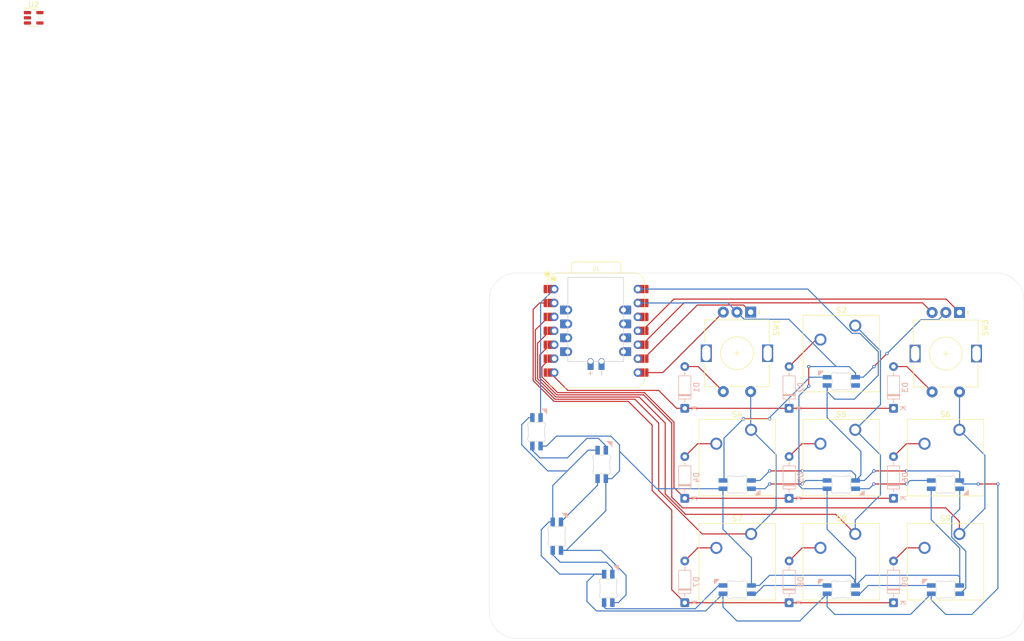
<source format=kicad_pcb>
(kicad_pcb (version 20241229) (generator "pcbnew") (generator_version "9.0")
  (layers (0 "F.Cu" signal) (2 "B.Cu" signal) (13 "F.Paste" user) (15 "B.Paste" user) (5 "F.SilkS" user "F.Silkscreen") (7 "B.SilkS" user "B.Silkscreen") (1 "F.Mask" user) (3 "B.Mask" user) (25 "Edge.Cuts" user))
  (net 0 "")
  (net 1 "row_0")
  (net 2 "Net-(D1-A)")
  (net 3 "Net-(D2-A)")
  (net 4 "Net-(D3-A)")
  (net 5 "Net-(D4-A)")
  (net 6 "Net-(D5-A)")
  (net 7 "Net-(D6-A)")
  (net 8 "Net-(D7-A)")
  (net 9 "Net-(D8-A)")
  (net 10 "Net-(D9-A)")
  (net 11 "row_1")
  (net 12 "row_2")
  (net 13 "Net-(D10-DIN)")
  (net 14 "+5V")
  (net 16 "RotEnc1B")
  (net 17 "RotEnc1A")
  (net 18 "RotEnc2A")
  (net 20 "RotEnc2B")
  (net 21 "Net-(D11-DIN)")
  (net 22 "Net-(D12-DIN)")
  (net 23 "Net-(D13-DIN)")
  (net 24 "Net-(D14-DIN)")
  (net 25 "Net-(D14-DOUT)")
  (net 26 "Net-(D15-DOUT)")
  (net 27 "Net-(D17-DOUT)")
  (net 28 "Led input")
  (net 29 "Net-(D18-DOUT)")
  (net 30 "Net-(D19-DOUT)")
  (net 31 "col_1")
  (net 32 "col_0")
  (net 33 "col_2")
  (net 34 "GND")
  (footprint "Package_TO_SOT_SMD:SOT-23-5" (layer "F.Cu") (at 2.075 1.9)
    (property "Reference" "U2")
    (property "Value" "SN74LV1T34DBV")
  )
  (footprint "Button_Switch_Keyboard:SW_Cherry_MX_1.00u_PCB" (layer "F.Cu") (at 133.017242 77.096639)
    (property "Reference" "S4")
    (property "Value" "~")
  )
  (footprint "Button_Switch_Keyboard:SW_Cherry_MX_1.00u_PCB" (layer "F.Cu") (at 171.027242 77.096639)
    (property "Reference" "S6")
    (property "Value" "~")
  )
  (footprint "Rotary_Encoder:RotaryEncoder_Alps_EC11E-Switch_Vertical_H20mm" (layer "F.Cu") (at 132.932242 55.621639 -90)
    (property "Reference" "SW1")
    (property "Value" "RotaryEncoder_Switch")
  )
  (footprint "kicad-keyboard-parts.pretty-master:MX_SK6812MINI-E_REV_Rot" (layer "F.Cu") (at 130.477242 82.176639)
    (property "Reference" "D11" (hide yes))
    (property "Value" "SK6812MINI")
    (fp_line (start -1.699999 5.622842) (end -1.699999 4.217158) (stroke (width 0.1)) (layer "Edge.Cuts"))
    (fp_line (start -0.794452 3.420001) (end 0.794453 3.420001) (stroke (width 0.1)) (layer "Edge.Cuts"))
    (fp_line (start 0.794452 6.42) (end -0.794452 6.42) (stroke (width 0.1)) (layer "Edge.Cuts"))
    (fp_line (start 1.699999 4.217158) (end 1.699999 5.622842) (stroke (width 0.1)) (layer "Edge.Cuts"))
    (fp_arc (start -1.749484 4.00028) (mid -1.712527 4.105932) (end -1.699999 4.217158) (stroke (width 0.1)) (layer "Edge.Cuts"))
    (fp_arc (start -1.749484 4.00028) (mid -1.638071 3.415965) (end -1.046711 3.351701) (stroke (width 0.1)) (layer "Edge.Cuts"))
    (fp_arc (start -1.699999 5.622843) (mid -1.712527 5.734068) (end -1.749484 5.83972) (stroke (width 0.1)) (layer "Edge.Cuts"))
    (fp_arc (start -1.046711 6.488297) (mid -1.63807 6.424034) (end -1.749484 5.83972) (stroke (width 0.1)) (layer "Edge.Cuts"))
    (fp_arc (start -1.04671 6.488299) (mid -0.925122 6.437377) (end -0.794452 6.42) (stroke (width 0.1)) (layer "Edge.Cuts"))
    (fp_arc (start -0.794453 3.42) (mid -0.925123 3.402623) (end -1.046711 3.351701) (stroke (width 0.1)) (layer "Edge.Cuts"))
    (fp_arc (start 0.794452 6.42) (mid 0.925123 6.437377) (end 1.046711 6.488299) (stroke (width 0.1)) (layer "Edge.Cuts"))
    (fp_arc (start 1.046711 3.351702) (mid 0.925123 3.402624) (end 0.794453 3.420001) (stroke (width 0.1)) (layer "Edge.Cuts"))
    (fp_arc (start 1.046711 3.351702) (mid 1.638071 3.415966) (end 1.749484 4.00028) (stroke (width 0.1)) (layer "Edge.Cuts"))
    (fp_arc (start 1.699999 4.217157) (mid 1.712527 4.105932) (end 1.749484 4.00028) (stroke (width 0.1)) (layer "Edge.Cuts"))
    (fp_arc (start 1.749484 5.839719) (mid 1.638072 6.424035) (end 1.046711 6.488299) (stroke (width 0.1)) (layer "Edge.Cuts"))
    (fp_arc (start 1.749484 5.83972) (mid 1.712527 5.734068) (end 1.699999 5.622842) (stroke (width 0.1)) (layer "Edge.Cuts"))
  )
  (footprint "kicad-keyboard-parts.pretty-master:MX_SK6812MINI-E_REV" (layer "F.Cu") (at 149.482242 101.181639)
    (property "Reference" "D15" (hide yes))
    (property "Value" "SK6812MINI")
    (fp_line (start -1.699999 5.782842) (end -1.699999 4.377158) (stroke (width 0.1)) (layer "Edge.Cuts"))
    (fp_line (start -0.794452 3.58) (end 0.794452 3.58) (stroke (width 0.1)) (layer "Edge.Cuts"))
    (fp_line (start 0.794452 6.579999) (end -0.794453 6.579999) (stroke (width 0.1)) (layer "Edge.Cuts"))
    (fp_line (start 1.699999 4.377158) (end 1.699999 5.782842) (stroke (width 0.1)) (layer "Edge.Cuts"))
    (fp_arc (start -1.749484 4.16028) (mid -1.712527 4.265932) (end -1.699999 4.377158) (stroke (width 0.1)) (layer "Edge.Cuts"))
    (fp_arc (start -1.749484 4.160281) (mid -1.638072 3.575965) (end -1.046711 3.511701) (stroke (width 0.1)) (layer "Edge.Cuts"))
    (fp_arc (start -1.699999 5.782843) (mid -1.712527 5.894068) (end -1.749484 5.99972) (stroke (width 0.1)) (layer "Edge.Cuts"))
    (fp_arc (start -1.046711 6.648298) (mid -1.638071 6.584034) (end -1.749484 5.99972) (stroke (width 0.1)) (layer "Edge.Cuts"))
    (fp_arc (start -1.046711 6.648298) (mid -0.925123 6.597376) (end -0.794453 6.579999) (stroke (width 0.1)) (layer "Edge.Cuts"))
    (fp_arc (start -0.794452 3.58) (mid -0.925123 3.562623) (end -1.046711 3.511701) (stroke (width 0.1)) (layer "Edge.Cuts"))
    (fp_arc (start 0.794453 6.58) (mid 0.925123 6.597377) (end 1.046711 6.648299) (stroke (width 0.1)) (layer "Edge.Cuts"))
    (fp_arc (start 1.04671 3.511701) (mid 0.925122 3.562623) (end 0.794452 3.58) (stroke (width 0.1)) (layer "Edge.Cuts"))
    (fp_arc (start 1.046711 3.511703) (mid 1.63807 3.575966) (end 1.749484 4.16028) (stroke (width 0.1)) (layer "Edge.Cuts"))
    (fp_arc (start 1.699999 4.377157) (mid 1.712527 4.265932) (end 1.749484 4.16028) (stroke (width 0.1)) (layer "Edge.Cuts"))
    (fp_arc (start 1.749484 5.99972) (mid 1.638071 6.584035) (end 1.046711 6.648299) (stroke (width 0.1)) (layer "Edge.Cuts"))
    (fp_arc (start 1.749484 5.99972) (mid 1.712527 5.894068) (end 1.699999 5.782842) (stroke (width 0.1)) (layer "Edge.Cuts"))
  )
  (footprint "kicad-keyboard-parts.pretty-master:MX_SK6812MINI-E" (layer "F.Cu") (at 88.760367 77.459139 90)
    (property "Reference" "D17" (hide yes))
    (property "Value" "SK6812MINI")
    (fp_line (start -0.794452 3.58) (end 0.794453 3.58) (stroke (width 0.1)) (layer "Edge.Cuts"))
    (fp_line (start 1.699999 4.377157) (end 1.699999 5.782841) (stroke (width 0.1)) (layer "Edge.Cuts"))
    (fp_line (start -1.699999 5.782841) (end -1.699999 4.377157) (stroke (width 0.1)) (layer "Edge.Cuts"))
    (fp_line (start 0.794452 6.579999) (end -0.794452 6.579999) (stroke (width 0.1)) (layer "Edge.Cuts"))
    (fp_arc (start 1.046711 3.511701) (mid 0.925123 3.562623) (end 0.794453 3.58) (stroke (width 0.1)) (layer "Edge.Cuts"))
    (fp_arc (start 1.046711 3.511701) (mid 1.638071 3.575965) (end 1.749484 4.160279) (stroke (width 0.1)) (layer "Edge.Cuts"))
    (fp_arc (start -0.794453 3.579999) (mid -0.925123 3.562622) (end -1.046711 3.5117) (stroke (width 0.1)) (layer "Edge.Cuts"))
    (fp_arc (start -1.749484 4.160279) (mid -1.638071 3.575964) (end -1.046711 3.5117) (stroke (width 0.1)) (layer "Edge.Cuts"))
    (fp_arc (start -1.749484 4.160279) (mid -1.712527 4.265931) (end -1.699999 4.377157) (stroke (width 0.1)) (layer "Edge.Cuts"))
    (fp_arc (start 1.699999 4.377156) (mid 1.712527 4.265931) (end 1.749484 4.160279) (stroke (width 0.1)) (layer "Edge.Cuts"))
    (fp_arc (start -1.699999 5.782842) (mid -1.712527 5.894067) (end -1.749484 5.999719) (stroke (width 0.1)) (layer "Edge.Cuts"))
    (fp_arc (start 1.749484 5.999718) (mid 1.638072 6.584034) (end 1.046711 6.648298) (stroke (width 0.1)) (layer "Edge.Cuts"))
    (fp_arc (start 1.749484 5.999719) (mid 1.712527 5.894067) (end 1.699999 5.782841) (stroke (width 0.1)) (layer "Edge.Cuts"))
    (fp_arc (start 0.794452 6.579999) (mid 0.925123 6.597376) (end 1.046711 6.648298) (stroke (width 0.1)) (layer "Edge.Cuts"))
    (fp_arc (start -1.046711 6.648296) (mid -1.63807 6.584033) (end -1.749484 5.999719) (stroke (width 0.1)) (layer "Edge.Cuts"))
    (fp_arc (start -1.04671 6.648298) (mid -0.925122 6.597376) (end -0.794452 6.579999) (stroke (width 0.1)) (layer "Edge.Cuts"))
  )
  (footprint "kicad-keyboard-parts.pretty-master:MX_SK6812MINI-E_REV" (layer "F.Cu") (at 149.482242 63.171639)
    (property "Reference" "D10" (hide yes))
    (property "Value" "SK6812MINI")
    (fp_line (start -1.699999 5.782842) (end -1.699999 4.377158) (stroke (width 0.1)) (layer "Edge.Cuts"))
    (fp_line (start -0.794452 3.58) (end 0.794452 3.58) (stroke (width 0.1)) (layer "Edge.Cuts"))
    (fp_line (start 0.794452 6.579999) (end -0.794453 6.579999) (stroke (width 0.1)) (layer "Edge.Cuts"))
    (fp_line (start 1.699999 4.377158) (end 1.699999 5.782842) (stroke (width 0.1)) (layer "Edge.Cuts"))
    (fp_arc (start -1.749484 4.16028) (mid -1.712527 4.265932) (end -1.699999 4.377158) (stroke (width 0.1)) (layer "Edge.Cuts"))
    (fp_arc (start -1.749484 4.160281) (mid -1.638072 3.575965) (end -1.046711 3.511701) (stroke (width 0.1)) (layer "Edge.Cuts"))
    (fp_arc (start -1.699999 5.782843) (mid -1.712527 5.894068) (end -1.749484 5.99972) (stroke (width 0.1)) (layer "Edge.Cuts"))
    (fp_arc (start -1.046711 6.648298) (mid -1.638071 6.584034) (end -1.749484 5.99972) (stroke (width 0.1)) (layer "Edge.Cuts"))
    (fp_arc (start -1.046711 6.648298) (mid -0.925123 6.597376) (end -0.794453 6.579999) (stroke (width 0.1)) (layer "Edge.Cuts"))
    (fp_arc (start -0.794452 3.58) (mid -0.925123 3.562623) (end -1.046711 3.511701) (stroke (width 0.1)) (layer "Edge.Cuts"))
    (fp_arc (start 0.794453 6.58) (mid 0.925123 6.597377) (end 1.046711 6.648299) (stroke (width 0.1)) (layer "Edge.Cuts"))
    (fp_arc (start 1.04671 3.511701) (mid 0.925122 3.562623) (end 0.794452 3.58) (stroke (width 0.1)) (layer "Edge.Cuts"))
    (fp_arc (start 1.046711 3.511703) (mid 1.63807 3.575966) (end 1.749484 4.16028) (stroke (width 0.1)) (layer "Edge.Cuts"))
    (fp_arc (start 1.699999 4.377157) (mid 1.712527 4.265932) (end 1.749484 4.16028) (stroke (width 0.1)) (layer "Edge.Cuts"))
    (fp_arc (start 1.749484 5.99972) (mid 1.638071 6.584035) (end 1.046711 6.648299) (stroke (width 0.1)) (layer "Edge.Cuts"))
    (fp_arc (start 1.749484 5.99972) (mid 1.712527 5.894068) (end 1.699999 5.782842) (stroke (width 0.1)) (layer "Edge.Cuts"))
  )
  (footprint "Seeed Studio XIAO Series Library:XIAO-MG24-DIP" (layer "F.Cu") (at 104.714742 59.030389 90)
    (property "Reference" "U1")
    (property "Value" "MCU_Seeed_XIAO_RP2040")
    (fp_line (start 9.75 -5.159006) (end -5.574811 -5.159006) (stroke (width 0.12)) (layer "Edge.Cuts"))
    (fp_line (start -5.574811 -5.159006) (end -5.574811 5) (stroke (width 0.12)) (layer "Edge.Cuts"))
    (fp_line (start 9.75 5) (end 9.75 -5.159006) (stroke (width 0.12)) (layer "Edge.Cuts"))
    (fp_line (start -5.574811 5.000994) (end 9.75 5.000994) (stroke (width 0.12)) (layer "Edge.Cuts"))
  )
  (footprint "kicad-keyboard-parts.pretty-master:MX_SK6812MINI-E_REV_Rot" (layer "F.Cu") (at 168.487242 82.176639)
    (property "Reference" "D13" (hide yes))
    (property "Value" "SK6812MINI")
    (fp_line (start -1.699999 5.622842) (end -1.699999 4.217158) (stroke (width 0.1)) (layer "Edge.Cuts"))
    (fp_line (start -0.794452 3.420001) (end 0.794453 3.420001) (stroke (width 0.1)) (layer "Edge.Cuts"))
    (fp_line (start 0.794452 6.42) (end -0.794452 6.42) (stroke (width 0.1)) (layer "Edge.Cuts"))
    (fp_line (start 1.699999 4.217158) (end 1.699999 5.622842) (stroke (width 0.1)) (layer "Edge.Cuts"))
    (fp_arc (start -1.749484 4.00028) (mid -1.712527 4.105932) (end -1.699999 4.217158) (stroke (width 0.1)) (layer "Edge.Cuts"))
    (fp_arc (start -1.749484 4.00028) (mid -1.638071 3.415965) (end -1.046711 3.351701) (stroke (width 0.1)) (layer "Edge.Cuts"))
    (fp_arc (start -1.699999 5.622843) (mid -1.712527 5.734068) (end -1.749484 5.83972) (stroke (width 0.1)) (layer "Edge.Cuts"))
    (fp_arc (start -1.046711 6.488297) (mid -1.63807 6.424034) (end -1.749484 5.83972) (stroke (width 0.1)) (layer "Edge.Cuts"))
    (fp_arc (start -1.04671 6.488299) (mid -0.925122 6.437377) (end -0.794452 6.42) (stroke (width 0.1)) (layer "Edge.Cuts"))
    (fp_arc (start -0.794453 3.42) (mid -0.925123 3.402623) (end -1.046711 3.351701) (stroke (width 0.1)) (layer "Edge.Cuts"))
    (fp_arc (start 0.794452 6.42) (mid 0.925123 6.437377) (end 1.046711 6.488299) (stroke (width 0.1)) (layer "Edge.Cuts"))
    (fp_arc (start 1.046711 3.351702) (mid 0.925123 3.402624) (end 0.794453 3.420001) (stroke (width 0.1)) (layer "Edge.Cuts"))
    (fp_arc (start 1.046711 3.351702) (mid 1.638071 3.415966) (end 1.749484 4.00028) (stroke (width 0.1)) (layer "Edge.Cuts"))
    (fp_arc (start 1.699999 4.217157) (mid 1.712527 4.105932) (end 1.749484 4.00028) (stroke (width 0.1)) (layer "Edge.Cuts"))
    (fp_arc (start 1.749484 5.839719) (mid 1.638072 6.424035) (end 1.046711 6.488299) (stroke (width 0.1)) (layer "Edge.Cuts"))
    (fp_arc (start 1.749484 5.83972) (mid 1.712527 5.734068) (end 1.699999 5.622842) (stroke (width 0.1)) (layer "Edge.Cuts"))
  )
  (footprint "kicad-keyboard-parts.pretty-master:MX_SK6812MINI-E" (layer "F.Cu") (at 92.476618 96.509139 90)
    (property "Reference" "D19" (hide yes))
    (property "Value" "SK6812MINI")
    (fp_line (start -0.794452 3.58) (end 0.794453 3.58) (stroke (width 0.1)) (layer "Edge.Cuts"))
    (fp_line (start 1.699999 4.377157) (end 1.699999 5.782841) (stroke (width 0.1)) (layer "Edge.Cuts"))
    (fp_line (start -1.699999 5.782841) (end -1.699999 4.377157) (stroke (width 0.1)) (layer "Edge.Cuts"))
    (fp_line (start 0.794452 6.579999) (end -0.794452 6.579999) (stroke (width 0.1)) (layer "Edge.Cuts"))
    (fp_arc (start 1.046711 3.511701) (mid 0.925123 3.562623) (end 0.794453 3.58) (stroke (width 0.1)) (layer "Edge.Cuts"))
    (fp_arc (start 1.046711 3.511701) (mid 1.638071 3.575965) (end 1.749484 4.160279) (stroke (width 0.1)) (layer "Edge.Cuts"))
    (fp_arc (start -0.794453 3.579999) (mid -0.925123 3.562622) (end -1.046711 3.5117) (stroke (width 0.1)) (layer "Edge.Cuts"))
    (fp_arc (start -1.749484 4.160279) (mid -1.638071 3.575964) (end -1.046711 3.5117) (stroke (width 0.1)) (layer "Edge.Cuts"))
    (fp_arc (start -1.749484 4.160279) (mid -1.712527 4.265931) (end -1.699999 4.377157) (stroke (width 0.1)) (layer "Edge.Cuts"))
    (fp_arc (start 1.699999 4.377156) (mid 1.712527 4.265931) (end 1.749484 4.160279) (stroke (width 0.1)) (layer "Edge.Cuts"))
    (fp_arc (start -1.699999 5.782842) (mid -1.712527 5.894067) (end -1.749484 5.999719) (stroke (width 0.1)) (layer "Edge.Cuts"))
    (fp_arc (start 1.749484 5.999718) (mid 1.638072 6.584034) (end 1.046711 6.648298) (stroke (width 0.1)) (layer "Edge.Cuts"))
    (fp_arc (start 1.749484 5.999719) (mid 1.712527 5.894067) (end 1.699999 5.782841) (stroke (width 0.1)) (layer "Edge.Cuts"))
    (fp_arc (start 0.794452 6.579999) (mid 0.925123 6.597376) (end 1.046711 6.648298) (stroke (width 0.1)) (layer "Edge.Cuts"))
    (fp_arc (start -1.046711 6.648296) (mid -1.63807 6.584033) (end -1.749484 5.999719) (stroke (width 0.1)) (layer "Edge.Cuts"))
    (fp_arc (start -1.04671 6.648298) (mid -0.925122 6.597376) (end -0.794452 6.579999) (stroke (width 0.1)) (layer "Edge.Cuts"))
  )
  (footprint "Rotary_Encoder:RotaryEncoder_Alps_EC11E-Switch_Vertical_H20mm" (layer "F.Cu") (at 171.05 55.67625 -90)
    (property "Reference" "SW3")
    (property "Value" "RotaryEncoder_Switch")
  )
  (footprint "kicad-keyboard-parts.pretty-master:MX_SK6812MINI-E_REV" (layer "F.Cu") (at 168.487242 101.181639)
    (property "Reference" "D16" (hide yes))
    (property "Value" "SK6812MINI")
    (fp_line (start -1.699999 5.782842) (end -1.699999 4.377158) (stroke (width 0.1)) (layer "Edge.Cuts"))
    (fp_line (start -0.794452 3.58) (end 0.794452 3.58) (stroke (width 0.1)) (layer "Edge.Cuts"))
    (fp_line (start 0.794452 6.579999) (end -0.794453 6.579999) (stroke (width 0.1)) (layer "Edge.Cuts"))
    (fp_line (start 1.699999 4.377158) (end 1.699999 5.782842) (stroke (width 0.1)) (layer "Edge.Cuts"))
    (fp_arc (start -1.749484 4.16028) (mid -1.712527 4.265932) (end -1.699999 4.377158) (stroke (width 0.1)) (layer "Edge.Cuts"))
    (fp_arc (start -1.749484 4.160281) (mid -1.638072 3.575965) (end -1.046711 3.511701) (stroke (width 0.1)) (layer "Edge.Cuts"))
    (fp_arc (start -1.699999 5.782843) (mid -1.712527 5.894068) (end -1.749484 5.99972) (stroke (width 0.1)) (layer "Edge.Cuts"))
    (fp_arc (start -1.046711 6.648298) (mid -1.638071 6.584034) (end -1.749484 5.99972) (stroke (width 0.1)) (layer "Edge.Cuts"))
    (fp_arc (start -1.046711 6.648298) (mid -0.925123 6.597376) (end -0.794453 6.579999) (stroke (width 0.1)) (layer "Edge.Cuts"))
    (fp_arc (start -0.794452 3.58) (mid -0.925123 3.562623) (end -1.046711 3.511701) (stroke (width 0.1)) (layer "Edge.Cuts"))
    (fp_arc (start 0.794453 6.58) (mid 0.925123 6.597377) (end 1.046711 6.648299) (stroke (width 0.1)) (layer "Edge.Cuts"))
    (fp_arc (start 1.04671 3.511701) (mid 0.925122 3.562623) (end 0.794452 3.58) (stroke (width 0.1)) (layer "Edge.Cuts"))
    (fp_arc (start 1.046711 3.511703) (mid 1.63807 3.575966) (end 1.749484 4.16028) (stroke (width 0.1)) (layer "Edge.Cuts"))
    (fp_arc (start 1.699999 4.377157) (mid 1.712527 4.265932) (end 1.749484 4.16028) (stroke (width 0.1)) (layer "Edge.Cuts"))
    (fp_arc (start 1.749484 5.99972) (mid 1.638071 6.584035) (end 1.046711 6.648299) (stroke (width 0.1)) (layer "Edge.Cuts"))
    (fp_arc (start 1.749484 5.99972) (mid 1.712527 5.894068) (end 1.699999 5.782842) (stroke (width 0.1)) (layer "Edge.Cuts"))
  )
  (footprint "kicad-keyboard-parts.pretty-master:MX_SK6812MINI-E_REV" (layer "F.Cu") (at 130.477242 101.181639)
    (property "Reference" "D14" (hide yes))
    (property "Value" "SK6812MINI")
    (fp_line (start -1.699999 5.782842) (end -1.699999 4.377158) (stroke (width 0.1)) (layer "Edge.Cuts"))
    (fp_line (start -0.794452 3.58) (end 0.794452 3.58) (stroke (width 0.1)) (layer "Edge.Cuts"))
    (fp_line (start 0.794452 6.579999) (end -0.794453 6.579999) (stroke (width 0.1)) (layer "Edge.Cuts"))
    (fp_line (start 1.699999 4.377158) (end 1.699999 5.782842) (stroke (width 0.1)) (layer "Edge.Cuts"))
    (fp_arc (start -1.749484 4.16028) (mid -1.712527 4.265932) (end -1.699999 4.377158) (stroke (width 0.1)) (layer "Edge.Cuts"))
    (fp_arc (start -1.749484 4.160281) (mid -1.638072 3.575965) (end -1.046711 3.511701) (stroke (width 0.1)) (layer "Edge.Cuts"))
    (fp_arc (start -1.699999 5.782843) (mid -1.712527 5.894068) (end -1.749484 5.99972) (stroke (width 0.1)) (layer "Edge.Cuts"))
    (fp_arc (start -1.046711 6.648298) (mid -1.638071 6.584034) (end -1.749484 5.99972) (stroke (width 0.1)) (layer "Edge.Cuts"))
    (fp_arc (start -1.046711 6.648298) (mid -0.925123 6.597376) (end -0.794453 6.579999) (stroke (width 0.1)) (layer "Edge.Cuts"))
    (fp_arc (start -0.794452 3.58) (mid -0.925123 3.562623) (end -1.046711 3.511701) (stroke (width 0.1)) (layer "Edge.Cuts"))
    (fp_arc (start 0.794453 6.58) (mid 0.925123 6.597377) (end 1.046711 6.648299) (stroke (width 0.1)) (layer "Edge.Cuts"))
    (fp_arc (start 1.04671 3.511701) (mid 0.925122 3.562623) (end 0.794452 3.58) (stroke (width 0.1)) (layer "Edge.Cuts"))
    (fp_arc (start 1.046711 3.511703) (mid 1.63807 3.575966) (end 1.749484 4.16028) (stroke (width 0.1)) (layer "Edge.Cuts"))
    (fp_arc (start 1.699999 4.377157) (mid 1.712527 4.265932) (end 1.749484 4.16028) (stroke (width 0.1)) (layer "Edge.Cuts"))
    (fp_arc (start 1.749484 5.99972) (mid 1.638071 6.584035) (end 1.046711 6.648299) (stroke (width 0.1)) (layer "Edge.Cuts"))
    (fp_arc (start 1.749484 5.99972) (mid 1.712527 5.894068) (end 1.699999 5.782842) (stroke (width 0.1)) (layer "Edge.Cuts"))
  )
  (footprint "Button_Switch_Keyboard:SW_Cherry_MX_1.00u_PCB" (layer "F.Cu") (at 133.017242 96.101639)
    (property "Reference" "S7")
    (property "Value" "~")
  )
  (footprint "Button_Switch_Keyboard:SW_Cherry_MX_1.00u_PCB" (layer "F.Cu") (at 152.022242 96.101639)
    (property "Reference" "S8")
    (property "Value" "~")
  )
  (footprint "kicad-keyboard-parts.pretty-master:MX_SK6812MINI-E" (layer "F.Cu") (at 100.666617 83.412264 90)
    (property "Reference" "D18" (hide yes))
    (property "Value" "SK6812MINI")
    (fp_line (start -0.794452 3.58) (end 0.794453 3.58) (stroke (width 0.1)) (layer "Edge.Cuts"))
    (fp_line (start 1.699999 4.377157) (end 1.699999 5.782841) (stroke (width 0.1)) (layer "Edge.Cuts"))
    (fp_line (start -1.699999 5.782841) (end -1.699999 4.377157) (stroke (width 0.1)) (layer "Edge.Cuts"))
    (fp_line (start 0.794452 6.579999) (end -0.794452 6.579999) (stroke (width 0.1)) (layer "Edge.Cuts"))
    (fp_arc (start 1.046711 3.511701) (mid 0.925123 3.562623) (end 0.794453 3.58) (stroke (width 0.1)) (layer "Edge.Cuts"))
    (fp_arc (start 1.046711 3.511701) (mid 1.638071 3.575965) (end 1.749484 4.160279) (stroke (width 0.1)) (layer "Edge.Cuts"))
    (fp_arc (start -0.794453 3.579999) (mid -0.925123 3.562622) (end -1.046711 3.5117) (stroke (width 0.1)) (layer "Edge.Cuts"))
    (fp_arc (start -1.749484 4.160279) (mid -1.638071 3.575964) (end -1.046711 3.5117) (stroke (width 0.1)) (layer "Edge.Cuts"))
    (fp_arc (start -1.749484 4.160279) (mid -1.712527 4.265931) (end -1.699999 4.377157) (stroke (width 0.1)) (layer "Edge.Cuts"))
    (fp_arc (start 1.699999 4.377156) (mid 1.712527 4.265931) (end 1.749484 4.160279) (stroke (width 0.1)) (layer "Edge.Cuts"))
    (fp_arc (start -1.699999 5.782842) (mid -1.712527 5.894067) (end -1.749484 5.999719) (stroke (width 0.1)) (layer "Edge.Cuts"))
    (fp_arc (start 1.749484 5.999718) (mid 1.638072 6.584034) (end 1.046711 6.648298) (stroke (width 0.1)) (layer "Edge.Cuts"))
    (fp_arc (start 1.749484 5.999719) (mid 1.712527 5.894067) (end 1.699999 5.782841) (stroke (width 0.1)) (layer "Edge.Cuts"))
    (fp_arc (start 0.794452 6.579999) (mid 0.925123 6.597376) (end 1.046711 6.648298) (stroke (width 0.1)) (layer "Edge.Cuts"))
    (fp_arc (start -1.046711 6.648296) (mid -1.63807 6.584033) (end -1.749484 5.999719) (stroke (width 0.1)) (layer "Edge.Cuts"))
    (fp_arc (start -1.04671 6.648298) (mid -0.925122 6.597376) (end -0.794452 6.579999) (stroke (width 0.1)) (layer "Edge.Cuts"))
  )
  (footprint "Button_Switch_Keyboard:SW_Cherry_MX_1.00u_PCB" (layer "F.Cu") (at 152.022242 58.091639)
    (property "Reference" "S2")
    (property "Value" "~")
  )
  (footprint "kicad-keyboard-parts.pretty-master:MX_SK6812MINI-E" (layer "F.Cu") (at 101.857242 106.034139 90)
    (property "Reference" "D20" (hide yes))
    (property "Value" "SK6812MINI")
    (fp_line (start -0.794452 3.58) (end 0.794453 3.58) (stroke (width 0.1)) (layer "Edge.Cuts"))
    (fp_line (start 1.699999 4.377157) (end 1.699999 5.782841) (stroke (width 0.1)) (layer "Edge.Cuts"))
    (fp_line (start -1.699999 5.782841) (end -1.699999 4.377157) (stroke (width 0.1)) (layer "Edge.Cuts"))
    (fp_line (start 0.794452 6.579999) (end -0.794452 6.579999) (stroke (width 0.1)) (layer "Edge.Cuts"))
    (fp_arc (start 1.046711 3.511701) (mid 0.925123 3.562623) (end 0.794453 3.58) (stroke (width 0.1)) (layer "Edge.Cuts"))
    (fp_arc (start 1.046711 3.511701) (mid 1.638071 3.575965) (end 1.749484 4.160279) (stroke (width 0.1)) (layer "Edge.Cuts"))
    (fp_arc (start -0.794453 3.579999) (mid -0.925123 3.562622) (end -1.046711 3.5117) (stroke (width 0.1)) (layer "Edge.Cuts"))
    (fp_arc (start -1.749484 4.160279) (mid -1.638071 3.575964) (end -1.046711 3.5117) (stroke (width 0.1)) (layer "Edge.Cuts"))
    (fp_arc (start -1.749484 4.160279) (mid -1.712527 4.265931) (end -1.699999 4.377157) (stroke (width 0.1)) (layer "Edge.Cuts"))
    (fp_arc (start 1.699999 4.377156) (mid 1.712527 4.265931) (end 1.749484 4.160279) (stroke (width 0.1)) (layer "Edge.Cuts"))
    (fp_arc (start -1.699999 5.782842) (mid -1.712527 5.894067) (end -1.749484 5.999719) (stroke (width 0.1)) (layer "Edge.Cuts"))
    (fp_arc (start 1.749484 5.999718) (mid 1.638072 6.584034) (end 1.046711 6.648298) (stroke (width 0.1)) (layer "Edge.Cuts"))
    (fp_arc (start 1.749484 5.999719) (mid 1.712527 5.894067) (end 1.699999 5.782841) (stroke (width 0.1)) (layer "Edge.Cuts"))
    (fp_arc (start 0.794452 6.579999) (mid 0.925123 6.597376) (end 1.046711 6.648298) (stroke (width 0.1)) (layer "Edge.Cuts"))
    (fp_arc (start -1.046711 6.648296) (mid -1.63807 6.584033) (end -1.749484 5.999719) (stroke (width 0.1)) (layer "Edge.Cuts"))
    (fp_arc (start -1.04671 6.648298) (mid -0.925122 6.597376) (end -0.794452 6.579999) (stroke (width 0.1)) (layer "Edge.Cuts"))
  )
  (footprint "kicad-keyboard-parts.pretty-master:MX_SK6812MINI-E_REV_Rot" (layer "F.Cu") (at 149.482242 82.176639)
    (property "Reference" "D12" (hide yes))
    (property "Value" "SK6812MINI")
    (fp_line (start -1.699999 5.622842) (end -1.699999 4.217158) (stroke (width 0.1)) (layer "Edge.Cuts"))
    (fp_line (start -0.794452 3.420001) (end 0.794453 3.420001) (stroke (width 0.1)) (layer "Edge.Cuts"))
    (fp_line (start 0.794452 6.42) (end -0.794452 6.42) (stroke (width 0.1)) (layer "Edge.Cuts"))
    (fp_line (start 1.699999 4.217158) (end 1.699999 5.622842) (stroke (width 0.1)) (layer "Edge.Cuts"))
    (fp_arc (start -1.749484 4.00028) (mid -1.712527 4.105932) (end -1.699999 4.217158) (stroke (width 0.1)) (layer "Edge.Cuts"))
    (fp_arc (start -1.749484 4.00028) (mid -1.638071 3.415965) (end -1.046711 3.351701) (stroke (width 0.1)) (layer "Edge.Cuts"))
    (fp_arc (start -1.699999 5.622843) (mid -1.712527 5.734068) (end -1.749484 5.83972) (stroke (width 0.1)) (layer "Edge.Cuts"))
    (fp_arc (start -1.046711 6.488297) (mid -1.63807 6.424034) (end -1.749484 5.83972) (stroke (width 0.1)) (layer "Edge.Cuts"))
    (fp_arc (start -1.04671 6.488299) (mid -0.925122 6.437377) (end -0.794452 6.42) (stroke (width 0.1)) (layer "Edge.Cuts"))
    (fp_arc (start -0.794453 3.42) (mid -0.925123 3.402623) (end -1.046711 3.351701) (stroke (width 0.1)) (layer "Edge.Cuts"))
    (fp_arc (start 0.794452 6.42) (mid 0.925123 6.437377) (end 1.046711 6.488299) (stroke (width 0.1)) (layer "Edge.Cuts"))
    (fp_arc (start 1.046711 3.351702) (mid 0.925123 3.402624) (end 0.794453 3.420001) (stroke (width 0.1)) (layer "Edge.Cuts"))
    (fp_arc (start 1.046711 3.351702) (mid 1.638071 3.415966) (end 1.749484 4.00028) (stroke (width 0.1)) (layer "Edge.Cuts"))
    (fp_arc (start 1.699999 4.217157) (mid 1.712527 4.105932) (end 1.749484 4.00028) (stroke (width 0.1)) (layer "Edge.Cuts"))
    (fp_arc (start 1.749484 5.839719) (mid 1.638072 6.424035) (end 1.046711 6.488299) (stroke (width 0.1)) (layer "Edge.Cuts"))
    (fp_arc (start 1.749484 5.83972) (mid 1.712527 5.734068) (end 1.699999 5.622842) (stroke (width 0.1)) (layer "Edge.Cuts"))
  )
  (footprint "Button_Switch_Keyboard:SW_Cherry_MX_1.00u_PCB" (layer "F.Cu") (at 152.022242 77.096639)
    (property "Reference" "S5")
    (property "Value" "~")
  )
  (footprint "Button_Switch_Keyboard:SW_Cherry_MX_1.00u_PCB" (layer "F.Cu") (at 171.027242 96.101639)
    (property "Reference" "S9")
    (property "Value" "~")
  )
  (footprint "Diode_THT:D_DO-35_SOD27_P7.62mm_Horizontal" (layer "B.Cu") (at 159.007242 73.172889 90)
    (property "Reference" "D3")
    (property "Value" "1N4148")
  )
  (footprint "Diode_THT:D_DO-35_SOD27_P7.62mm_Horizontal" (layer "B.Cu") (at 159.007242 108.653514 90)
    (property "Reference" "D9")
    (property "Value" "1N4148")
  )
  (footprint "Diode_THT:D_DO-35_SOD27_P7.62mm_Horizontal" (layer "B.Cu") (at 120.907242 108.653514 90)
    (property "Reference" "D7")
    (property "Value" "1N4148")
  )
  (footprint "Diode_THT:D_DO-35_SOD27_P7.62mm_Horizontal" (layer "B.Cu") (at 139.957242 73.172889 90)
    (property "Reference" "D2")
    (property "Value" "1N4148")
  )
  (footprint "Diode_THT:D_DO-35_SOD27_P7.62mm_Horizontal" (layer "B.Cu") (at 159.007242 89.603514 90)
    (property "Reference" "D6")
    (property "Value" "1N4148")
  )
  (footprint "Diode_THT:D_DO-35_SOD27_P7.62mm_Horizontal" (layer "B.Cu") (at 120.907242 89.603514 90)
    (property "Reference" "D4")
    (property "Value" "1N4148")
  )
  (footprint "Diode_THT:D_DO-35_SOD27_P7.62mm_Horizontal" (layer "B.Cu") (at 139.957242 89.603514 90)
    (property "Reference" "D5")
    (property "Value" "1N4148")
  )
  (footprint "Diode_THT:D_DO-35_SOD27_P7.62mm_Horizontal" (layer "B.Cu") (at 120.907242 73.172889 90)
    (property "Reference" "D1")
    (property "Value" "1N4148")
  )
  (footprint "Diode_THT:D_DO-35_SOD27_P7.62mm_Horizontal" (layer "B.Cu") (at 139.957242 108.653514 90)
    (property "Reference" "D8")
    (property "Value" "1N4148")
  )
  (gr_arc (start 182.819742 110.151639) (mid 181.355265 113.687163) (end 177.819742 115.151639) (stroke (width 0.05)) (layer "Edge.Cuts"))
  (gr_arc (start 177.819742 48.476639) (mid 181.355235 49.941122) (end 182.819742 53.476639) (stroke (width 0.05)) (layer "Edge.Cuts"))
  (gr_arc (start 90.188492 115.151639) (mid 86.652958 113.687173) (end 85.188492 110.151639) (stroke (width 0.05)) (layer "Edge.Cuts"))
  (gr_line (start 90.188492 48.476639) (end 177.819742 48.476639) (stroke (width 0.05)) (layer "Edge.Cuts"))
  (gr_line (start 182.819742 53.476639) (end 182.819742 110.151639) (stroke (width 0.05)) (layer "Edge.Cuts"))
  (gr_arc (start 85.188492 53.476639) (mid 86.652958 49.941105) (end 90.188492 48.476639) (stroke (width 0.05)) (layer "Edge.Cuts"))
  (gr_line (start 177.819742 115.151639) (end 90.188492 115.151639) (stroke (width 0.05)) (layer "Edge.Cuts"))
  (gr_line (start 85.188492 110.151639) (end 85.188492 53.476639) (stroke (width 0.05)) (layer "Edge.Cuts"))
  (segment (start 120.907242 73.172889) (end 159.007242 73.172889) (width 0.2) (layer "F.Cu") (net 1))
  (segment (start 119.409742 73.172889) (end 120.907242 73.172889) (width 0.2) (layer "F.Cu") (net 1))
  (segment (start 96.309742 66.650389) (end 99.567242 69.907889) (width 0.2) (layer "F.Cu") (net 1))
  (segment (start 99.567242 69.907889) (end 116.144742 69.907889) (width 0.2) (layer "F.Cu") (net 1))
  (segment (start 116.144742 69.907889) (end 119.409742 73.172889) (width 0.2) (layer "F.Cu") (net 1))
  (segment (start 127.932242 70.121639) (end 123.363492 65.552889) (width 0.2) (layer "F.Cu") (net 2))
  (segment (start 123.363492 65.552889) (end 120.907242 65.552889) (width 0.2) (layer "F.Cu") (net 2))
  (segment (start 144.878492 60.631639) (end 139.957242 65.552889) (width 0.2) (layer "F.Cu") (net 3))
  (segment (start 145.672242 60.631639) (end 144.878492 60.631639) (width 0.2) (layer "F.Cu") (net 3))
  (segment (start 159.007242 65.552889) (end 161.426639 65.552889) (width 0.2) (layer "F.Cu") (net 4))
  (segment (start 161.426639 65.552889) (end 166.05 70.17625) (width 0.2) (layer "F.Cu") (net 4))
  (segment (start 123.254117 79.636639) (end 126.667242 79.636639) (width 0.2) (layer "F.Cu") (net 5))
  (segment (start 120.907242 81.983514) (end 123.254117 79.636639) (width 0.2) (layer "F.Cu") (net 5))
  (segment (start 142.304117 79.636639) (end 145.672242 79.636639) (width 0.2) (layer "F.Cu") (net 6))
  (segment (start 139.957242 81.983514) (end 142.304117 79.636639) (width 0.2) (layer "F.Cu") (net 6))
  (segment (start 161.354117 79.636639) (end 164.677242 79.636639) (width 0.2) (layer "F.Cu") (net 7))
  (segment (start 159.007242 81.983514) (end 161.354117 79.636639) (width 0.2) (layer "F.Cu") (net 7))
  (segment (start 123.299117 98.641639) (end 126.667242 98.641639) (width 0.2) (layer "F.Cu") (net 8))
  (segment (start 120.907242 101.033514) (end 123.299117 98.641639) (width 0.2) (layer "F.Cu") (net 8))
  (segment (start 142.349117 98.641639) (end 145.672242 98.641639) (width 0.2) (layer "F.Cu") (net 9))
  (segment (start 139.957242 101.033514) (end 142.349117 98.641639) (width 0.2) (layer "F.Cu") (net 9))
  (segment (start 161.399117 98.641639) (end 164.677242 98.641639) (width 0.2) (layer "F.Cu") (net 10))
  (segment (start 159.007242 101.033514) (end 161.399117 98.641639) (width 0.2) (layer "F.Cu") (net 10))
  (segment (start 139.957242 89.603514) (end 159.007242 89.603514) (width 0.2) (layer "F.Cu") (net 11))
  (segment (start 120.907242 89.603514) (end 139.957242 89.603514) (width 0.2) (layer "F.Cu") (net 11))
  (segment (start 118.926992 87.623264) (end 120.907242 89.603514) (width 0.2) (layer "F.Cu") (net 11))
  (segment (start 94.842742 67.452015) (end 97.699616 70.308889) (width 0.2) (layer "F.Cu") (net 11))
  (segment (start 94.842742 65.577389) (end 94.842742 67.452015) (width 0.2) (layer "F.Cu") (net 11))
  (segment (start 96.309742 64.110389) (end 94.842742 65.577389) (width 0.2) (layer "F.Cu") (net 11))
  (segment (start 97.699616 70.308889) (end 113.540967 70.308889) (width 0.2) (layer "F.Cu") (net 11))
  (segment (start 113.540967 70.308889) (end 118.926992 75.694914) (width 0.2) (layer "F.Cu") (net 11))
  (segment (start 118.926992 75.694914) (end 118.926992 87.623264) (width 0.2) (layer "F.Cu") (net 11))
  (segment (start 159.007242 108.653514) (end 139.957242 108.653514) (width 0.2) (layer "F.Cu") (net 12))
  (segment (start 94.409742 53.950389) (end 96.309742 53.950389) (width 0.2) (layer "F.Cu") (net 12))
  (segment (start 118.525992 91.746639) (end 114.954117 88.174764) (width 0.2) (layer "F.Cu") (net 12))
  (segment (start 139.957242 108.653514) (end 120.907242 108.653514) (width 0.2) (layer "F.Cu") (net 12))
  (segment (start 118.525992 106.272264) (end 118.525992 91.746639) (width 0.2) (layer "F.Cu") (net 12))
  (segment (start 120.907242 108.653514) (end 118.525992 106.272264) (width 0.2) (layer "F.Cu") (net 12))
  (segment (start 93.238742 68.116415) (end 93.238742 55.121389) (width 0.2) (layer "F.Cu") (net 12))
  (segment (start 97.035216 71.912889) (end 93.238742 68.116415) (width 0.2) (layer "F.Cu") (net 12))
  (segment (start 114.954117 88.174764) (end 114.954117 76.268514) (width 0.2) (layer "F.Cu") (net 12))
  (segment (start 93.238742 55.121389) (end 94.409742 53.950389) (width 0.2) (layer "F.Cu") (net 12))
  (segment (start 110.598492 71.912889) (end 97.035216 71.912889) (width 0.2) (layer "F.Cu") (net 12))
  (segment (start 114.954117 76.268514) (end 110.598492 71.912889) (width 0.2) (layer "F.Cu") (net 12))
  (segment (start 131.622867 75.077889) (end 136.385367 75.077889) (width 0.2) (layer "F.Cu") (net 13))
  (via (at 131.622867 75.077889) (size 0.6) (drill 0.3) (layers "F.Cu" "B.Cu") (net 13))
  (via (at 136.385367 75.077889) (size 0.6) (drill 0.3) (layers "F.Cu" "B.Cu") (net 13))
  (segment (start 136.385367 74.858604) (end 143.742332 67.501639) (width 0.2) (layer "B.Cu") (net 13))
  (segment (start 143.742332 67.501639) (end 146.882242 67.501639) (width 0.2) (layer "B.Cu") (net 13))
  (segment (start 136.385367 75.077889) (end 136.385367 74.858604) (width 0.2) (layer "B.Cu") (net 13))
  (segment (start 127.877242 86.346639) (end 128.068242 86.155639) (width 0.2) (layer "B.Cu") (net 13))
  (segment (start 128.068242 78.632514) (end 131.622867 75.077889) (width 0.2) (layer "B.Cu") (net 13))
  (segment (start 128.068242 86.155639) (end 128.068242 78.632514) (width 0.2) (layer "B.Cu") (net 13))
  (segment (start 174.485367 86.984139) (end 178.057242 86.984139) (width 0.2) (layer "F.Cu") (net 14))
  (segment (start 136.385367 84.602889) (end 142.338492 84.602889) (width 0.2) (layer "F.Cu") (net 14))
  (segment (start 161.388492 84.602889) (end 155.435367 84.602889) (width 0.2) (layer "F.Cu") (net 14))
  (via (at 155.435367 84.602889) (size 0.6) (drill 0.3) (layers "F.Cu" "B.Cu") (net 14))
  (via (at 178.057242 86.984139) (size 0.6) (drill 0.3) (layers "F.Cu" "B.Cu") (net 14))
  (via (at 136.385367 84.602889) (size 0.6) (drill 0.3) (layers "F.Cu" "B.Cu") (net 14))
  (via (at 161.388492 84.602889) (size 0.6) (drill 0.3) (layers "F.Cu" "B.Cu") (net 14))
  (via (at 142.338492 84.602889) (size 0.6) (drill 0.3) (layers "F.Cu" "B.Cu") (net 14))
  (via (at 174.485367 86.984139) (size 0.6) (drill 0.3) (layers "F.Cu" "B.Cu") (net 14))
  (segment (start 148.291617 71.506014) (end 146.882242 70.096639) (width 0.2) (layer "B.Cu") (net 14))
  (segment (start 91.141617 79.840389) (end 95.904117 84.602889) (width 0.2) (layer "B.Cu") (net 14))
  (segment (start 146.882242 107.011639) (end 141.906617 111.987264) (width 0.2) (layer "B.Cu") (net 14))
  (segment (start 127.877242 107.011639) (end 124.733367 110.155514) (width 0.2) (layer "B.Cu") (net 14))
  (segment (start 92.435504 74.859139) (end 91.141617 76.153026) (width 0.2) (layer "B.Cu") (net 14))
  (segment (start 127.877242 109.432264) (end 127.877242 107.011639) (width 0.2) (layer "B.Cu") (net 14))
  (segment (start 103.047867 108.415389) (end 103.047867 104.843514) (width 0.2) (layer "B.Cu") (net 14))
  (segment (start 153.691617 86.346639) (end 152.082242 86.346639) (width 0.2) (layer "B.Cu") (net 14))
  (segment (start 142.338492 84.602889) (end 151.310367 84.602889) (width 0.2) (layer "B.Cu") (net 14))
  (segment (start 153.054117 85.374764) (end 153.054117 81.031014) (width 0.2) (layer "B.Cu") (net 14))
  (segment (start 155.435367 84.602889) (end 153.691617 86.346639) (width 0.2) (layer "B.Cu") (net 14))
  (segment (start 165.887242 108.151639) (end 165.887242 107.011639) (width 0.2) (layer "B.Cu") (net 14))
  (segment (start 96.806617 93.909139) (end 96.806617 87.272264) (width 0.2) (layer "B.Cu") (net 14))
  (segment (start 171.724742 86.984139) (end 174.485367 86.984139) (width 0.2) (layer "B.Cu") (net 14))
  (segment (start 104.457242 103.434139) (end 106.187241 103.434139) (width 0.2) (layer "B.Cu") (net 14))
  (segment (start 168.532242 110.796639) (end 165.887242 108.151639) (width 0.2) (layer "B.Cu") (net 14))
  (segment (start 148.291617 110.796639) (end 146.882242 109.387264) (width 0.2) (layer "B.Cu") (net 14))
  (segment (start 152.082242 85.374764) (end 152.082242 86.346639) (width 0.2) (layer "B.Cu") (net 14))
  (segment (start 112.334742 51.410389) (end 143.359678 51.410389) (width 0.2) (layer "B.Cu") (net 14))
  (segment (start 162.102242 110.796639) (end 148.291617 110.796639) (width 0.2) (layer "B.Cu") (net 14))
  (segment (start 130.432242 111.987264) (end 127.877242 109.432264) (width 0.2) (layer "B.Cu") (net 14))
  (segment (start 153.054117 81.031014) (end 146.882242 74.859139) (width 0.2) (layer "B.Cu") (net 14))
  (segment (start 171.087242 86.346639) (end 171.724742 86.984139) (width 0.2) (layer "B.Cu") (net 14))
  (segment (start 152.856142 59.492639) (end 156.224992 62.861489) (width 0.2) (layer "B.Cu") (net 14))
  (segment (start 94.713492 100.081014) (end 94.713492 95.318514) (width 0.2) (layer "B.Cu") (net 14))
  (segment (start 141.906617 111.987264) (end 130.432242 111.987264) (width 0.2) (layer "B.Cu") (net 14))
  (segment (start 99.475992 84.602889) (end 103.266617 80.812264) (width 0.2) (layer "B.Cu") (net 14))
  (segment (start 151.863492 71.506014) (end 148.291617 71.506014) (width 0.2) (layer "B.Cu") (net 14))
  (segment (start 103.266617 80.812264) (end 104.996616 80.812264) (width 0.2) (layer "B.Cu") (net 14))
  (segment (start 178.057242 106.034139) (end 173.294742 110.796639) (width 0.2) (layer "B.Cu") (net 14))
  (segment (start 171.087242 84.776639) (end 170.913492 84.602889) (width 0.2) (layer "B.Cu") (net 14))
  (segment (start 103.047867 104.843514) (end 104.457242 103.434139) (width 0.2) (layer "B.Cu") (net 14))
  (segment (start 156.224992 67.144514) (end 151.863492 71.506014) (width 0.2) (layer "B.Cu") (net 14))
  (segment (start 143.359678 51.410389) (end 151.441928 59.492639) (width 0.2) (layer "B.Cu") (net 14))
  (segment (start 93.090366 74.859139) (end 92.435504 74.859139) (width 0.2) (layer "B.Cu") (net 14))
  (segment (start 124.733367 110.155514) (end 104.787992 110.155514) (width 0.2) (layer "B.Cu") (net 14))
  (segment (start 146.882242 109.387264) (end 146.882242 107.011639) (width 0.2) (layer "B.Cu") (net 14))
  (segment (start 96.806617 87.272264) (end 99.475992 84.602889) (width 0.2) (layer "B.Cu") (net 14))
  (segment (start 146.882242 70.096639) (end 146.882242 69.001639) (width 0.2) (layer "B.Cu") (net 14))
  (segment (start 156.224992 62.861489) (end 156.224992 67.144514) (width 0.2) (layer "B.Cu") (net 14))
  (segment (start 98.066617 103.434139) (end 94.713492 100.081014) (width 0.2) (layer "B.Cu") (net 14))
  (segment (start 151.310367 84.602889) (end 152.082242 85.374764) (width 0.2) (layer "B.Cu") (net 14))
  (segment (start 151.441928 59.492639) (end 152.856142 59.492639) (width 0.2) (layer "B.Cu") (net 14))
  (segment (start 165.887242 107.011639) (end 162.102242 110.796639) (width 0.2) (layer "B.Cu") (net 14))
  (segment (start 96.122867 93.909139) (end 96.806617 93.909139) (width 0.2) (layer "B.Cu") (net 14))
  (segment (start 106.187241 103.434139) (end 98.066617 103.434139) (width 0.2) (layer "B.Cu") (net 14))
  (segment (start 91.141617 76.153026) (end 91.141617 79.840389) (width 0.2) (layer "B.Cu") (net 14))
  (segment (start 170.913492 84.602889) (end 161.388492 84.602889) (width 0.2) (layer "B.Cu") (net 14))
  (segment (start 173.294742 110.796639) (end 168.532242 110.796639) (width 0.2) (layer "B.Cu") (net 14))
  (segment (start 171.087242 86.346639) (end 171.087242 84.776639) (width 0.2) (layer "B.Cu") (net 14))
  (segment (start 146.882242 74.859139) (end 146.882242 69.001639) (width 0.2) (layer "B.Cu") (net 14))
  (segment (start 133.077242 86.346639) (end 134.641617 86.346639) (width 0.2) (layer "B.Cu") (net 14))
  (segment (start 178.057242 86.984139) (end 178.057242 106.034139) (width 0.2) (layer "B.Cu") (net 14))
  (segment (start 95.904117 84.602889) (end 99.475992 84.602889) (width 0.2) (layer "B.Cu") (net 14))
  (segment (start 152.082242 86.346639) (end 153.054117 85.374764) (width 0.2) (layer "B.Cu") (net 14))
  (segment (start 134.641617 86.346639) (end 136.385367 84.602889) (width 0.2) (layer "B.Cu") (net 14))
  (segment (start 94.713492 95.318514) (end 96.122867 93.909139) (width 0.2) (layer "B.Cu") (net 14))
  (segment (start 104.787992 110.155514) (end 103.047867 108.415389) (width 0.2) (layer "B.Cu") (net 14))
  (segment (start 112.334742 66.650389) (end 116.903492 66.650389) (width 0.2) (layer "F.Cu") (net 16))
  (segment (start 116.903492 66.650389) (end 127.932242 55.621639) (width 0.2) (layer "F.Cu") (net 16))
  (segment (start 131.631242 54.320639) (end 132.932242 55.621639) (width 0.2) (layer "F.Cu") (net 17))
  (segment (start 112.334742 64.110389) (end 113.412372 64.110389) (width 0.2) (layer "F.Cu") (net 17))
  (segment (start 113.412372 64.110389) (end 123.202122 54.320639) (width 0.2) (layer "F.Cu") (net 17))
  (segment (start 123.202122 54.320639) (end 131.631242 54.320639) (width 0.2) (layer "F.Cu") (net 17))
  (segment (start 113.119742 59.030389) (end 118.910992 53.239139) (width 0.2) (layer "F.Cu") (net 18))
  (segment (start 168.612889 53.239139) (end 171.05 55.67625) (width 0.2) (layer "F.Cu") (net 18))
  (segment (start 118.910992 53.239139) (end 168.612889 53.239139) (width 0.2) (layer "F.Cu") (net 18))
  (segment (start 120.770492 53.919639) (end 164.293389 53.919639) (width 0.2) (layer "F.Cu") (net 20))
  (segment (start 113.119742 61.570389) (end 120.770492 53.919639) (width 0.2) (layer "F.Cu") (net 20))
  (segment (start 164.293389 53.919639) (end 166.05 55.67625) (width 0.2) (layer "F.Cu") (net 20))
  (segment (start 142.338492 86.984139) (end 136.385367 86.984139) (width 0.2) (layer "F.Cu") (net 21))
  (via (at 142.338492 86.984139) (size 0.6) (drill 0.3) (layers "F.Cu" "B.Cu") (net 21))
  (via (at 136.385367 86.984139) (size 0.6) (drill 0.3) (layers "F.Cu" "B.Cu") (net 21))
  (segment (start 142.975992 86.346639) (end 142.338492 86.984139) (width 0.2) (layer "B.Cu") (net 21))
  (segment (start 146.882242 86.346639) (end 142.975992 86.346639) (width 0.2) (layer "B.Cu") (net 21))
  (segment (start 136.385367 86.984139) (end 135.522867 87.846639) (width 0.2) (layer "B.Cu") (net 21))
  (segment (start 135.522867 87.846639) (end 133.077242 87.846639) (width 0.2) (layer "B.Cu") (net 21))
  (segment (start 161.388492 86.984139) (end 155.435367 86.984139) (width 0.2) (layer "F.Cu") (net 22))
  (via (at 161.388492 86.984139) (size 0.6) (drill 0.3) (layers "F.Cu" "B.Cu") (net 22))
  (via (at 155.435367 86.984139) (size 0.6) (drill 0.3) (layers "F.Cu" "B.Cu") (net 22))
  (segment (start 162.025992 86.346639) (end 161.388492 86.984139) (width 0.2) (layer "B.Cu") (net 22))
  (segment (start 155.435367 86.984139) (end 154.572867 87.846639) (width 0.2) (layer "B.Cu") (net 22))
  (segment (start 154.572867 87.846639) (end 152.082242 87.846639) (width 0.2) (layer "B.Cu") (net 22))
  (segment (start 165.887242 86.346639) (end 162.025992 86.346639) (width 0.2) (layer "B.Cu") (net 22))
  (segment (start 169.626242 96.681953) (end 169.626242 93.033889) (width 0.2) (layer "B.Cu") (net 23))
  (segment (start 171.087242 91.572889) (end 171.087242 87.846639) (width 0.2) (layer "B.Cu") (net 23))
  (segment (start 172.188242 106.000553) (end 172.188242 99.243953) (width 0.2) (layer "B.Cu") (net 23))
  (segment (start 171.087242 107.011639) (end 171.177156 107.011639) (width 0.2) (layer "B.Cu") (net 23))
  (segment (start 172.188242 99.243953) (end 169.626242 96.681953) (width 0.2) (layer "B.Cu") (net 23))
  (segment (start 169.626242 93.033889) (end 171.087242 91.572889) (width 0.2) (layer "B.Cu") (net 23))
  (segment (start 171.177156 107.011639) (end 172.188242 106.000553) (width 0.2) (layer "B.Cu") (net 23))
  (segment (start 106.507616 109.754514) (end 122.834367 109.754514) (width 0.2) (layer "B.Cu") (net 24))
  (segment (start 106.187241 109.434139) (end 106.507616 109.754514) (width 0.2) (layer "B.Cu") (net 24))
  (segment (start 106.187241 108.634139) (end 106.187241 109.434139) (width 0.2) (layer "B.Cu") (net 24))
  (segment (start 122.834367 109.754514) (end 127.077242 105.511639) (width 0.2) (layer "B.Cu") (net 24))
  (segment (start 127.077242 105.511639) (end 127.877242 105.511639) (width 0.2) (layer "B.Cu") (net 24))
  (segment (start 133.877242 107.011639) (end 135.377242 105.511639) (width 0.2) (layer "B.Cu") (net 25))
  (segment (start 133.077242 107.011639) (end 133.877242 107.011639) (width 0.2) (layer "B.Cu") (net 25))
  (segment (start 135.377242 105.511639) (end 146.882242 105.511639) (width 0.2) (layer "B.Cu") (net 25))
  (segment (start 154.382242 105.511639) (end 165.887242 105.511639) (width 0.2) (layer "B.Cu") (net 26))
  (segment (start 152.082242 107.011639) (end 152.882242 107.011639) (width 0.2) (layer "B.Cu") (net 26))
  (segment (start 152.882242 107.011639) (end 154.382242 105.511639) (width 0.2) (layer "B.Cu") (net 26))
  (segment (start 99.475992 82.221639) (end 103.047867 78.649764) (width 0.2) (layer "B.Cu") (net 27))
  (segment (start 105.134116 78.649764) (end 106.496616 80.012264) (width 0.2) (layer "B.Cu") (net 27))
  (segment (start 103.047867 78.649764) (end 105.134116 78.649764) (width 0.2) (layer "B.Cu") (net 27))
  (segment (start 93.090366 80.059139) (end 93.090366 80.859139) (width 0.2) (layer "B.Cu") (net 27))
  (segment (start 94.452866 82.221639) (end 99.475992 82.221639) (width 0.2) (layer "B.Cu") (net 27))
  (segment (start 106.496616 80.012264) (end 106.496616 80.812264) (width 0.2) (layer "B.Cu") (net 27))
  (segment (start 93.090366 80.859139) (end 94.452866 82.221639) (width 0.2) (layer "B.Cu") (net 27))
  (segment (start 94.590366 74.859139) (end 94.590366 53.914765) (width 0.2) (layer "B.Cu") (net 28))
  (segment (start 94.590366 53.914765) (end 97.094742 51.410389) (width 0.2) (layer "B.Cu") (net 28))
  (segment (start 104.996616 87.21914) (end 98.306617 93.909139) (width 0.2) (layer "B.Cu") (net 29))
  (segment (start 104.996616 86.012264) (end 104.996616 87.21914) (width 0.2) (layer "B.Cu") (net 29))
  (segment (start 106.619742 101.271639) (end 107.687241 102.339138) (width 0.2) (layer "B.Cu") (net 30))
  (segment (start 96.806617 99.909139) (end 98.169117 101.271639) (width 0.2) (layer "B.Cu") (net 30))
  (segment (start 107.687241 102.339138) (end 107.687241 103.434139) (width 0.2) (layer "B.Cu") (net 30))
  (segment (start 96.806617 99.109139) (end 96.806617 99.909139) (width 0.2) (layer "B.Cu") (net 30))
  (segment (start 98.169117 101.271639) (end 106.619742 101.271639) (width 0.2) (layer "B.Cu") (net 30))
  (segment (start 148.450367 92.529764) (end 152.022242 96.101639) (width 0.2) (layer "F.Cu") (net 31))
  (segment (start 96.309742 59.030389) (end 94.040742 61.299389) (width 0.2) (layer "F.Cu") (net 31))
  (segment (start 117.335367 88.798289) (end 121.066842 92.529764) (width 0.2) (layer "F.Cu") (net 31))
  (segment (start 94.040742 61.299389) (end 94.040742 67.784215) (width 0.2) (layer "F.Cu") (net 31))
  (segment (start 121.066842 92.529764) (end 148.450367 92.529764) (width 0.2) (layer "F.Cu") (net 31))
  (segment (start 112.585242 71.110889) (end 117.335367 75.861014) (width 0.2) (layer "F.Cu") (net 31))
  (segment (start 94.040742 67.784215) (end 97.367416 71.110889) (width 0.2) (layer "F.Cu") (net 31))
  (segment (start 117.335367 75.861014) (end 117.335367 88.798289) (width 0.2) (layer "F.Cu") (net 31))
  (segment (start 97.367416 71.110889) (end 112.585242 71.110889) (width 0.2) (layer "F.Cu") (net 31))
  (segment (start 152.022242 96.101639) (end 152.022242 93.561639) (width 0.2) (layer "B.Cu") (net 31))
  (segment (start 156.625992 62.695389) (end 152.022242 58.091639) (width 0.2) (layer "B.Cu") (net 31))
  (segment (start 156.625992 72.492889) (end 156.625992 62.695389) (width 0.2) (layer "B.Cu") (net 31))
  (segment (start 152.022242 77.096639) (end 156.625992 72.492889) (width 0.2) (layer "B.Cu") (net 31))
  (segment (start 156.625992 81.700389) (end 152.022242 77.096639) (width 0.2) (layer "B.Cu") (net 31))
  (segment (start 152.022242 93.561639) (end 156.625992 88.957889) (width 0.2) (layer "B.Cu") (net 31))
  (segment (start 156.625992 88.957889) (end 156.625992 81.700389) (width 0.2) (layer "B.Cu") (net 31))
  (segment (start 93.639742 58.867759) (end 96.017112 56.490389) (width 0.2) (layer "F.Cu") (net 32))
  (segment (start 111.795617 71.511889) (end 97.201316 71.511889) (width 0.2) (layer "F.Cu") (net 32))
  (segment (start 133.017242 96.101639) (end 124.071617 96.101639) (width 0.2) (layer "F.Cu") (net 32))
  (segment (start 93.639742 67.950315) (end 93.639742 58.867759) (width 0.2) (layer "F.Cu") (net 32))
  (segment (start 116.144742 88.174764) (end 116.144742 75.861014) (width 0.2) (layer "F.Cu") (net 32))
  (segment (start 97.201316 71.511889) (end 93.639742 67.950315) (width 0.2) (layer "F.Cu") (net 32))
  (segment (start 96.017112 56.490389) (end 97.094742 56.490389) (width 0.2) (layer "F.Cu") (net 32))
  (segment (start 116.144742 75.861014) (end 111.795617 71.511889) (width 0.2) (layer "F.Cu") (net 32))
  (segment (start 124.071617 96.101639) (end 116.144742 88.174764) (width 0.2) (layer "F.Cu") (net 32))
  (segment (start 132.932242 96.016639) (end 133.017242 96.101639) (width 0.2) (layer "B.Cu") (net 32))
  (segment (start 132.932242 70.121639) (end 132.932242 77.011639) (width 0.2) (layer "B.Cu") (net 32))
  (segment (start 133.017242 77.096639) (end 137.575992 81.655389) (width 0.2) (layer "B.Cu") (net 32))
  (segment (start 137.575992 81.655389) (end 137.575992 91.542889) (width 0.2) (layer "B.Cu") (net 32))
  (segment (start 132.932242 77.011639) (end 133.017242 77.096639) (width 0.2) (layer "B.Cu") (net 32))
  (segment (start 137.575992 91.542889) (end 133.017242 96.101639) (width 0.2) (layer "B.Cu") (net 32))
  (segment (start 120.499742 91.339139) (end 118.525992 89.365389) (width 0.2) (layer "F.Cu") (net 33))
  (segment (start 118.525992 75.861014) (end 113.374867 70.709889) (width 0.2) (layer "F.Cu") (net 33))
  (segment (start 171.027242 96.101639) (end 171.027242 93.834139) (width 0.2) (layer "F.Cu") (net 33))
  (segment (start 113.374867 70.709889) (end 97.533516 70.709889) (width 0.2) (layer "F.Cu") (net 33))
  (segment (start 94.441742 67.618115) (end 94.441742 63.438389) (width 0.2) (layer "F.Cu") (net 33))
  (segment (start 168.532242 91.339139) (end 120.499742 91.339139) (width 0.2) (layer "F.Cu") (net 33))
  (segment (start 97.533516 70.709889) (end 94.441742 67.618115) (width 0.2) (layer "F.Cu") (net 33))
  (segment (start 118.525992 89.365389) (end 118.525992 75.861014) (width 0.2) (layer "F.Cu") (net 33))
  (segment (start 94.441742 63.438389) (end 96.309742 61.570389) (width 0.2) (layer "F.Cu") (net 33))
  (segment (start 171.027242 93.834139) (end 168.532242 91.339139) (width 0.2) (layer "F.Cu") (net 33))
  (segment (start 171.05 77.073881) (end 171.027242 77.096639) (width 0.2) (layer "B.Cu") (net 33))
  (segment (start 171.027242 77.096639) (end 175.675992 81.745389) (width 0.2) (layer "B.Cu") (net 33))
  (segment (start 175.675992 91.452889) (end 171.027242 96.101639) (width 0.2) (layer "B.Cu") (net 33))
  (segment (start 175.675992 81.745389) (end 175.675992 91.452889) (width 0.2) (layer "B.Cu") (net 33))
  (segment (start 171.05 70.17625) (end 171.05 77.073881) (width 0.2) (layer "B.Cu") (net 33))
  (segment (start 155.435367 65.552889) (end 157.816617 63.171639) (width 0.2) (layer "F.Cu") (net 34))
  (segment (start 143.529117 69.124764) (end 143.529117 65.552889) (width 0.2) (layer "F.Cu") (net 34))
  (via (at 157.816617 63.171639) (size 0.6) (drill 0.3) (layers "F.Cu" "B.Cu") (net 34))
  (via (at 143.529117 69.124764) (size 0.6) (drill 0.3) (layers "F.Cu" "B.Cu") (net 34))
  (via (at 155.435367 65.552889) (size 0.6) (drill 0.3) (layers "F.Cu" "B.Cu") (net 34))
  (via (at 143.529117 65.552889) (size 0.6) (drill 0.3) (layers "F.Cu" "B.Cu") (net 34))
  (segment (start 134.526617 105.511639) (end 133.077242 105.511639) (width 0.2) (layer "B.Cu") (net 34))
  (segment (start 152.082242 67.501639) (end 153.486617 67.501639) (width 0.2) (layer "B.Cu") (net 34))
  (segment (start 106.496616 91.869765) (end 106.496616 86.012264) (width 0.2) (layer "B.Cu") (net 34))
  (segment (start 94.590366 80.059139) (end 95.685367 80.059139) (width 0.2) (layer "B.Cu") (net 34))
  (segment (start 148.538676 65.552889) (end 150.886617 65.552889) (width 0.2) (layer "B.Cu") (net 34))
  (segment (start 153.486617 67.501639) (end 155.435367 65.552889) (width 0.2) (layer "B.Cu") (net 34))
  (segment (start 97.495742 78.248764) (end 107.409367 78.248764) (width 0.2) (layer "B.Cu") (net 34))
  (segment (start 148.415147 65.429359) (end 148.538676 65.552889) (width 0.2) (layer "B.Cu") (net 34))
  (segment (start 109.000992 79.840389) (end 109.000992 81.031014) (width 0.2) (layer "B.Cu") (net 34))
  (segment (start 141.737492 87.233082) (end 141.737492 70.916389) (width 0.2) (layer "B.Cu") (net 34))
  (segment (start 171.087242 98.710053) (end 165.887242 93.510053) (width 0.2) (layer "B.Cu") (net 34))
  (segment (start 151.863492 104.416731) (end 151.09965 103.652889) (width 0.2) (layer "B.Cu") (net 34))
  (segment (start 152.082242 105.511639) (end 153.940992 103.652889) (width 0.2) (layer "B.Cu") (net 34))
  (segment (start 130.432242 55.621639) (end 131.733242 56.922639) (width 0.2) (layer "B.Cu") (net 34))
  (segment (start 127.877242 95.256823) (end 133.077242 100.456823) (width 0.2) (layer "B.Cu") (net 34))
  (segment (start 127.877242 87.846639) (end 127.877242 95.256823) (width 0.2) (layer "B.Cu") (net 34))
  (segment (start 152.082242 105.511639) (end 152.082242 105.062264) (width 0.2) (layer "B.Cu") (net 34))
  (segment (start 99.257242 99.109139) (end 106.496616 91.869765) (width 0.2) (layer "B.Cu") (net 34))
  (segment (start 131.733242 56.922639) (end 139.908426 56.922639) (width 0.2) (layer "B.Cu") (net 34))
  (segment (start 146.882242 87.846639) (end 146.882242 95.256823) (width 0.2) (layer "B.Cu") (net 34))
  (segment (start 146.882242 87.846639) (end 142.351049 87.846639) (width 0.2) (layer "B.Cu") (net 34))
  (segment (start 107.409367 78.248764) (end 109.000992 79.840389) (width 0.2) (layer "B.Cu") (net 34))
  (segment (start 170.739742 103.652889) (end 171.087242 104.000389) (width 0.2) (layer "B.Cu") (net 34))
  (segment (start 130.432242 55.621639) (end 128.760992 53.950389) (width 0.2) (layer "B.Cu") (net 34))
  (segment (start 152.082242 105.062264) (end 151.863492 104.843514) (width 0.2) (layer "B.Cu") (net 34))
  (segment (start 136.385367 103.652889) (end 134.526617 105.511639) (width 0.2) (layer "B.Cu") (net 34))
  (segment (start 148.291617 65.552889) (end 148.415147 65.429359) (width 0.2) (layer "B.Cu") (net 34))
  (segment (start 95.685367 80.059139) (end 97.495742 78.248764) (width 0.2) (layer "B.Cu") (net 34))
  (segment (start 150.886617 65.552889) (end 152.082242 66.748514) (width 0.2) (layer "B.Cu") (net 34))
  (segment (start 171.087242 104.000389) (end 171.087242 105.511639) (width 0.2) (layer "B.Cu") (net 34))
  (segment (start 165.887242 93.510053) (end 165.887242 87.846639) (width 0.2) (layer "B.Cu") (net 34))
  (segment (start 115.816617 87.846639) (end 109.000992 81.031014) (width 0.2) (layer "B.Cu") (net 34))
  (segment (start 142.351049 87.846639) (end 141.737492 87.233082) (width 0.2) (layer "B.Cu") (net 34))
  (segment (start 110.191617 103.652889) (end 110.191617 107.224764) (width 0.2) (layer "B.Cu") (net 34))
  (segment (start 98.306617 99.109139) (end 105.647867 99.109139) (width 0.2) (layer "B.Cu") (net 34))
  (segment (start 108.782242 108.634139) (end 107.687241 108.634139) (width 0.2) (layer "B.Cu") (net 34))
  (segment (start 153.940992 103.652889) (end 170.739742 103.652889) (width 0.2) (layer "B.Cu") (net 34))
  (segment (start 164.011006 56.97725) (end 167.249 56.97725) (width 0.2) (layer "B.Cu") (net 34))
  (segment (start 141.737492 70.916389) (end 143.529117 69.124764) (width 0.2) (layer "B.Cu") (net 34))
  (segment (start 133.077242 100.456823) (end 133.077242 105.511639) (width 0.2) (layer "B.Cu") (net 34))
  (segment (start 151.09965 103.652889) (end 136.385367 103.652889) (width 0.2) (layer "B.Cu") (net 34))
  (segment (start 151.863492 104.843514) (end 151.863492 104.416731) (width 0.2) (layer "B.Cu") (net 34))
  (segment (start 107.591617 86.012264) (end 106.496616 86.012264) (width 0.2) (layer "B.Cu") (net 34))
  (segment (start 171.087242 105.511639) (end 171.087242 98.710053) (width 0.2) (layer "B.Cu") (net 34))
  (segment (start 139.908426 56.922639) (end 148.415147 65.429359) (width 0.2) (layer "B.Cu") (net 34))
  (segment (start 146.882242 95.256823) (end 152.082242 100.456823) (width 0.2) (layer "B.Cu") (net 34))
  (segment (start 152.082242 100.456823) (end 152.082242 105.511639) (width 0.2) (layer "B.Cu") (net 34))
  (segment (start 98.306617 99.109139) (end 99.257242 99.109139) (width 0.2) (layer "B.Cu") (net 34))
  (segment (start 110.191617 107.224764) (end 108.782242 108.634139) (width 0.2) (layer "B.Cu") (net 34))
  (segment (start 143.529117 65.552889) (end 148.291617 65.552889) (width 0.2) (layer "B.Cu") (net 34))
  (segment (start 109.000992 84.602889) (end 107.591617 86.012264) (width 0.2) (layer "B.Cu") (net 34))
  (segment (start 105.647867 99.109139) (end 110.191617 103.652889) (width 0.2) (layer "B.Cu") (net 34))
  (segment (start 109.000992 81.031014) (end 109.000992 84.602889) (width 0.2) (layer "B.Cu") (net 34))
  (segment (start 157.816617 63.171639) (end 164.011006 56.97725) (width 0.2) (layer "B.Cu") (net 34))
  (segment (start 167.249 56.97725) (end 168.55 55.67625) (width 0.2) (layer "B.Cu") (net 34))
  (segment (start 152.082242 66.748514) (end 152.082242 67.501639) (width 0.2) (layer "B.Cu") (net 34))
  (segment (start 128.760992 53.950389) (end 112.334742 53.950389) (width 0.2) (layer "B.Cu") (net 34))
  (segment (start 127.877242 87.846639) (end 115.816617 87.846639) (width 0.2) (layer "B.Cu") (net 34))
)
</source>
